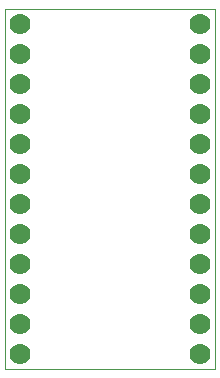
<source format=gbl>
G75*
G70*
%OFA0B0*%
%FSLAX24Y24*%
%IPPOS*%
%LPD*%
%AMOC8*
5,1,8,0,0,1.08239X$1,22.5*
%
%ADD10C,0.0000*%
%ADD11C,0.0700*%
D10*
X000100Y000100D02*
X000100Y012100D01*
X007100Y012100D01*
X007100Y000100D01*
X000100Y000100D01*
D11*
X000600Y000600D03*
X000600Y001600D03*
X000600Y002600D03*
X000600Y003600D03*
X000600Y004600D03*
X000600Y005600D03*
X000600Y006600D03*
X000600Y007600D03*
X000600Y008600D03*
X000600Y009600D03*
X000600Y010600D03*
X000600Y011600D03*
X006600Y011600D03*
X006600Y010600D03*
X006600Y009600D03*
X006600Y008600D03*
X006600Y007600D03*
X006600Y006600D03*
X006600Y005600D03*
X006600Y004600D03*
X006600Y003600D03*
X006600Y002600D03*
X006600Y001600D03*
X006600Y000600D03*
M02*

</source>
